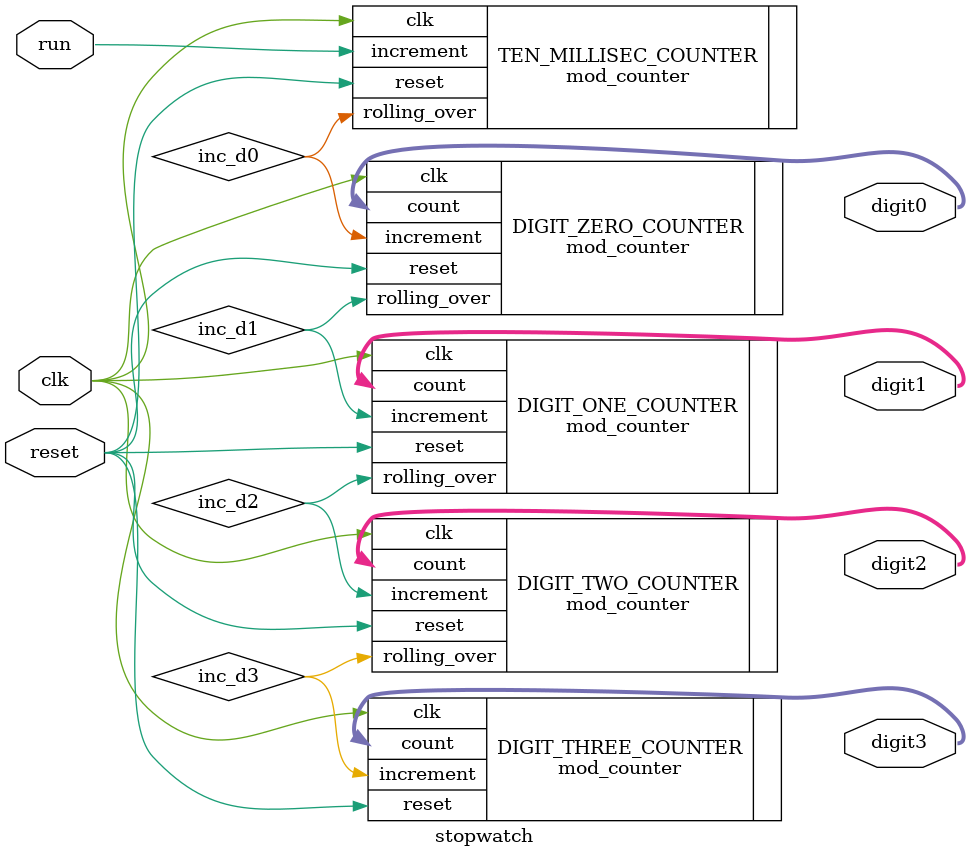
<source format=sv>
`timescale 1ns / 1ps
`default_nettype none
/***************************************************************************
*
* Module: stopwatch.sv
*
* Author: Adam Taylor
* Date: June 30th, 2022
*
* Increments digit counters every 10ms
*
*
****************************************************************************/


module stopwatch(
        input wire logic clk, reset, run,
        output logic [3:0] digit0, digit1, digit2, digit3
    );
    
    // Define intermediate signals that will tell whether to increment each of the digit counters
    logic inc_d0, inc_d1, inc_d2, inc_d3;
    
    // 10ms counter
    mod_counter #(1000000, 20) TEN_MILLISEC_COUNTER (.clk(clk), .reset(reset), .increment(run), .rolling_over(inc_d0));
    
    // Digit 0 counter
    mod_counter #(10, 4) DIGIT_ZERO_COUNTER (.clk(clk), .reset(reset), .increment(inc_d0), .rolling_over(inc_d1), .count(digit0));
    
    // Digit 1 counter
    mod_counter #(10, 4) DIGIT_ONE_COUNTER (.clk(clk), .reset(reset), .increment(inc_d1), .rolling_over(inc_d2), .count(digit1));
    
    // Digit 2 counter
    mod_counter #(10, 4) DIGIT_TWO_COUNTER (.clk(clk), .reset(reset), .increment(inc_d2), .rolling_over(inc_d3), .count(digit2));
    
    // Digit 3 counter
    mod_counter #(6, 4) DIGIT_THREE_COUNTER (.clk(clk), .reset(reset), .increment(inc_d3), .count(digit3));
    
endmodule
</source>
